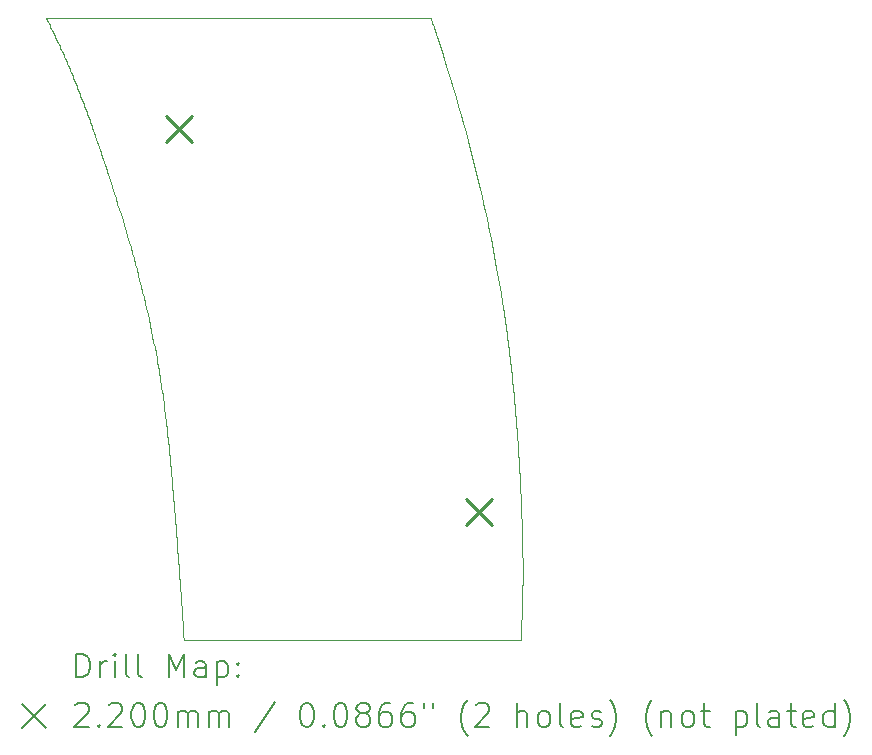
<source format=gbr>
%TF.GenerationSoftware,KiCad,Pcbnew,7.0.9*%
%TF.CreationDate,2023-12-16T21:23:08+01:00*%
%TF.ProjectId,LH_GripLogicBoard_FreeJoy,4c485f47-7269-4704-9c6f-676963426f61,rev?*%
%TF.SameCoordinates,Original*%
%TF.FileFunction,Drillmap*%
%TF.FilePolarity,Positive*%
%FSLAX45Y45*%
G04 Gerber Fmt 4.5, Leading zero omitted, Abs format (unit mm)*
G04 Created by KiCad (PCBNEW 7.0.9) date 2023-12-16 21:23:08*
%MOMM*%
%LPD*%
G01*
G04 APERTURE LIST*
%ADD10C,0.100000*%
%ADD11C,0.200000*%
%ADD12C,0.220000*%
G04 APERTURE END LIST*
D10*
X5221382Y-1500000D02*
X5226238Y-1513965D01*
X5231079Y-1527936D01*
X5235905Y-1541912D01*
X5240717Y-1555893D01*
X5245514Y-1569879D01*
X5250297Y-1583870D01*
X5255065Y-1597866D01*
X5259818Y-1611866D01*
X5264556Y-1625871D01*
X5269280Y-1639880D01*
X5272421Y-1649223D01*
X2387609Y-2518496D02*
X2381768Y-2501710D01*
X2375872Y-2484825D01*
X2369923Y-2467850D01*
X2363922Y-2450794D01*
X2357874Y-2433664D01*
X2351778Y-2416470D01*
X2345638Y-2399219D01*
X2339456Y-2381921D01*
X2333233Y-2364584D01*
X2326973Y-2347216D01*
X2320676Y-2329825D01*
X2314346Y-2312421D01*
X2307984Y-2295011D01*
X2301593Y-2277605D01*
X2295174Y-2260210D01*
X2288730Y-2242835D01*
X2282263Y-2225489D01*
X2275775Y-2208180D01*
X2269268Y-2190917D01*
X2262745Y-2173708D01*
X2256207Y-2156561D01*
X2249656Y-2139485D01*
X2243096Y-2122489D01*
X2236527Y-2105581D01*
X2229952Y-2088769D01*
X2223374Y-2072062D01*
X2216793Y-2055468D01*
X2210214Y-2038997D01*
X2203637Y-2022656D01*
X2197064Y-2006453D01*
X2190499Y-1990399D01*
X2183942Y-1974500D01*
X5337876Y-1849037D02*
X5363294Y-1929450D01*
X5387897Y-2008897D01*
X5411697Y-2087354D01*
X5434709Y-2164798D01*
X5456947Y-2241206D01*
X5478424Y-2316553D01*
X5499154Y-2390817D01*
X5519150Y-2463974D01*
X5538427Y-2536001D01*
X5556998Y-2606874D01*
X5574877Y-2676569D01*
X5592078Y-2745064D01*
X5608615Y-2812335D01*
X5624500Y-2878358D01*
X5639749Y-2943110D01*
X5654374Y-3006567D01*
X5668390Y-3068706D01*
X5681810Y-3129503D01*
X5694648Y-3188936D01*
X5706917Y-3246980D01*
X5718632Y-3303612D01*
X5729807Y-3358809D01*
X5740454Y-3412547D01*
X5750588Y-3464803D01*
X5760223Y-3515553D01*
X5769372Y-3564774D01*
X5778049Y-3612442D01*
X5786268Y-3658534D01*
X5794042Y-3703027D01*
X5801385Y-3745896D01*
X5808312Y-3787119D01*
X5814835Y-3826672D01*
X5883126Y-4305763D02*
X5887260Y-4339788D01*
X5891308Y-4373841D01*
X5895272Y-4407921D01*
X5899150Y-4442026D01*
X5902945Y-4476154D01*
X5906657Y-4510305D01*
X5910286Y-4544475D01*
X5913833Y-4578665D01*
X5917299Y-4612872D01*
X5920685Y-4647094D01*
X5923991Y-4681330D01*
X5927218Y-4715579D01*
X5930367Y-4749838D01*
X5933437Y-4784107D01*
X5936431Y-4818383D01*
X5939348Y-4852666D01*
X5942189Y-4886953D01*
X5944956Y-4921242D01*
X5947647Y-4955533D01*
X5950266Y-4989824D01*
X5952811Y-5024112D01*
X5955283Y-5058397D01*
X5957684Y-5092677D01*
X5960014Y-5126951D01*
X5962273Y-5161216D01*
X5964463Y-5195471D01*
X5966584Y-5229714D01*
X5968636Y-5263945D01*
X5970621Y-5298161D01*
X5972539Y-5332361D01*
X5974390Y-5366543D01*
X5976176Y-5400705D01*
X3025974Y-5371256D02*
X3023191Y-5339729D01*
X3020372Y-5308300D01*
X3017513Y-5276965D01*
X3014609Y-5245716D01*
X3011659Y-5214548D01*
X3008658Y-5183454D01*
X3005602Y-5152429D01*
X3002488Y-5121465D01*
X2999312Y-5090558D01*
X2996072Y-5059700D01*
X2992763Y-5028886D01*
X2989381Y-4998109D01*
X2985924Y-4967364D01*
X2982388Y-4936643D01*
X2978769Y-4905942D01*
X2975063Y-4875253D01*
X2971267Y-4844571D01*
X2967378Y-4813890D01*
X2963392Y-4783203D01*
X2959305Y-4752504D01*
X2955114Y-4721786D01*
X2950816Y-4691045D01*
X2946406Y-4660273D01*
X2941881Y-4629465D01*
X2937238Y-4598614D01*
X2932473Y-4567715D01*
X2927582Y-4536760D01*
X2922562Y-4505744D01*
X2917410Y-4474661D01*
X2912122Y-4443505D01*
X2906694Y-4412268D01*
X2901123Y-4380946D01*
X5991815Y-5779622D02*
X5992309Y-5795468D01*
X5992844Y-5813104D01*
X5993411Y-5832346D01*
X5993705Y-5842510D01*
X5994003Y-5853005D01*
X5994304Y-5863808D01*
X5994608Y-5874896D01*
X5994913Y-5886244D01*
X5995218Y-5897830D01*
X5995522Y-5909631D01*
X5995824Y-5921622D01*
X5996123Y-5933781D01*
X5996417Y-5946085D01*
X5996705Y-5958509D01*
X5996986Y-5971031D01*
X5997259Y-5983628D01*
X5997523Y-5996275D01*
X5997777Y-6008950D01*
X5998019Y-6021629D01*
X5998248Y-6034288D01*
X5998464Y-6046906D01*
X5998664Y-6059457D01*
X5998849Y-6071920D01*
X5999016Y-6084270D01*
X5999165Y-6096484D01*
X5999294Y-6108538D01*
X5999402Y-6120410D01*
X5999488Y-6132077D01*
X5999551Y-6143513D01*
X2901123Y-4380946D02*
X2892468Y-4333654D01*
X2883525Y-4286372D01*
X2874302Y-4239103D01*
X2864803Y-4191848D01*
X2855035Y-4144611D01*
X2845003Y-4097395D01*
X2834715Y-4050203D01*
X2824174Y-4003036D01*
X2813389Y-3955898D01*
X2802363Y-3908792D01*
X2791104Y-3861720D01*
X2779616Y-3814684D01*
X2767907Y-3767689D01*
X2755982Y-3720735D01*
X2743847Y-3673827D01*
X2731507Y-3626966D01*
X2718969Y-3580156D01*
X2706239Y-3533399D01*
X2693322Y-3486698D01*
X2680225Y-3440056D01*
X2666953Y-3393475D01*
X2653513Y-3346958D01*
X2639909Y-3300507D01*
X2626149Y-3254126D01*
X2612237Y-3207818D01*
X2598181Y-3161584D01*
X2583985Y-3115428D01*
X2569657Y-3069352D01*
X2555200Y-3023359D01*
X2540623Y-2977452D01*
X2525930Y-2931634D01*
X2511127Y-2885907D01*
X3104263Y-6367101D02*
X3102492Y-6342277D01*
X3100619Y-6316283D01*
X3098651Y-6289195D01*
X3096593Y-6261091D01*
X3094451Y-6232046D01*
X3092230Y-6202136D01*
X3089938Y-6171439D01*
X3087578Y-6140030D01*
X3085158Y-6107985D01*
X3082683Y-6075382D01*
X3080158Y-6042296D01*
X3077590Y-6008804D01*
X3074984Y-5974983D01*
X3072346Y-5940907D01*
X3069682Y-5906655D01*
X3066998Y-5872302D01*
X3064298Y-5837924D01*
X3061590Y-5803599D01*
X3058879Y-5769402D01*
X3056170Y-5735409D01*
X3053470Y-5701697D01*
X3050784Y-5668343D01*
X3048117Y-5635423D01*
X3045477Y-5603013D01*
X3042868Y-5571189D01*
X3040297Y-5540028D01*
X3037768Y-5509606D01*
X3035288Y-5479999D01*
X3032863Y-5451285D01*
X3030499Y-5423539D01*
X3028200Y-5396837D01*
X3025974Y-5371256D01*
X5221382Y-1500000D02*
X1965873Y-1500000D01*
X2183942Y-1974500D02*
X2177660Y-1959396D01*
X2171341Y-1944326D01*
X2164983Y-1929288D01*
X2158588Y-1914281D01*
X2152157Y-1899303D01*
X2145689Y-1884352D01*
X2139184Y-1869427D01*
X2132644Y-1854526D01*
X2126069Y-1839648D01*
X2119458Y-1824791D01*
X2112813Y-1809953D01*
X2106133Y-1795133D01*
X2099419Y-1780329D01*
X2092671Y-1765540D01*
X2085890Y-1750764D01*
X2079077Y-1735999D01*
X2072230Y-1721244D01*
X2065352Y-1706497D01*
X2058441Y-1691756D01*
X2051500Y-1677021D01*
X2044527Y-1662289D01*
X2037523Y-1647559D01*
X2030489Y-1632828D01*
X2023424Y-1618097D01*
X2016331Y-1603362D01*
X2009207Y-1588623D01*
X2002055Y-1573877D01*
X1994874Y-1559124D01*
X1987665Y-1544361D01*
X1980429Y-1529587D01*
X1973164Y-1514801D01*
X1965873Y-1500000D01*
X5976176Y-5400705D02*
X5976779Y-5412532D01*
X5977375Y-5424362D01*
X5977963Y-5436194D01*
X5978543Y-5448029D01*
X5979117Y-5459865D01*
X5979683Y-5471703D01*
X5980241Y-5483542D01*
X5980792Y-5495383D01*
X5981335Y-5507226D01*
X5981871Y-5519070D01*
X5982400Y-5530914D01*
X5982921Y-5542760D01*
X5983435Y-5554606D01*
X5983941Y-5566453D01*
X5984441Y-5578300D01*
X5984932Y-5590148D01*
X5985417Y-5601995D01*
X5985894Y-5613843D01*
X5986364Y-5625690D01*
X5986827Y-5637538D01*
X5987282Y-5649384D01*
X5987730Y-5661230D01*
X5988171Y-5673075D01*
X5988605Y-5684920D01*
X5989031Y-5696763D01*
X5989450Y-5708605D01*
X5989862Y-5720446D01*
X5990267Y-5732285D01*
X5990665Y-5744122D01*
X5991055Y-5755957D01*
X5991439Y-5767791D01*
X5991815Y-5779622D01*
X2511127Y-2885907D02*
X2507382Y-2874405D01*
X2503620Y-2862874D01*
X2499840Y-2851316D01*
X2496044Y-2839734D01*
X2492233Y-2828131D01*
X2488408Y-2816511D01*
X2484571Y-2804876D01*
X2480721Y-2793230D01*
X2476861Y-2781576D01*
X2472992Y-2769916D01*
X2469113Y-2758255D01*
X2465228Y-2746595D01*
X2461336Y-2734940D01*
X2457438Y-2723292D01*
X2453537Y-2711654D01*
X2449632Y-2700031D01*
X2445725Y-2688424D01*
X2441818Y-2676838D01*
X2437910Y-2665275D01*
X2434003Y-2653738D01*
X2430099Y-2642231D01*
X2426198Y-2630756D01*
X2422302Y-2619317D01*
X2418411Y-2607917D01*
X2414526Y-2596559D01*
X2410649Y-2585246D01*
X2406781Y-2573982D01*
X2402923Y-2562769D01*
X2399075Y-2551611D01*
X2395240Y-2540511D01*
X2391417Y-2529471D01*
X2387609Y-2518496D01*
X5814835Y-3826672D02*
X5817263Y-3841589D01*
X5819671Y-3856511D01*
X5822059Y-3871438D01*
X5824428Y-3886369D01*
X5826777Y-3901305D01*
X5829107Y-3916246D01*
X5831418Y-3931191D01*
X5833710Y-3946140D01*
X5835982Y-3961094D01*
X5838236Y-3976051D01*
X5840470Y-3991012D01*
X5842685Y-4005976D01*
X5844882Y-4020943D01*
X5847060Y-4035914D01*
X5849219Y-4050888D01*
X5851359Y-4065865D01*
X5853481Y-4080845D01*
X5855585Y-4095827D01*
X5857669Y-4110812D01*
X5859736Y-4125799D01*
X5861784Y-4140788D01*
X5863814Y-4155779D01*
X5865826Y-4170771D01*
X5867820Y-4185766D01*
X5869795Y-4200762D01*
X5871753Y-4215759D01*
X5873693Y-4230758D01*
X5875615Y-4245758D01*
X5877519Y-4260758D01*
X5879406Y-4275759D01*
X5881274Y-4290761D01*
X5883126Y-4305763D01*
X3129812Y-6763231D02*
X3129106Y-6751070D01*
X3128394Y-6738898D01*
X3127677Y-6726714D01*
X3126954Y-6714518D01*
X3126225Y-6702311D01*
X3125490Y-6690090D01*
X3124749Y-6677857D01*
X3124003Y-6665611D01*
X3123251Y-6653351D01*
X3122492Y-6641078D01*
X3121728Y-6628792D01*
X3120958Y-6616491D01*
X3120182Y-6604175D01*
X3119399Y-6591846D01*
X3118611Y-6579501D01*
X3117817Y-6567141D01*
X3117016Y-6554765D01*
X3116210Y-6542374D01*
X3115397Y-6529967D01*
X3114578Y-6517544D01*
X3113753Y-6505104D01*
X3112922Y-6492648D01*
X3112085Y-6480174D01*
X3111241Y-6467683D01*
X3110391Y-6455175D01*
X3109535Y-6442649D01*
X3108672Y-6430104D01*
X3107803Y-6417541D01*
X3106928Y-6404960D01*
X3106046Y-6392360D01*
X3105158Y-6379740D01*
X3104263Y-6367101D01*
X5983166Y-6763231D02*
X3129812Y-6763231D01*
X5999551Y-6143513D02*
X5999613Y-6162063D01*
X5999629Y-6180602D01*
X5999601Y-6199131D01*
X5999530Y-6217653D01*
X5999416Y-6236169D01*
X5999262Y-6254680D01*
X5999068Y-6273190D01*
X5998835Y-6291699D01*
X5998563Y-6310209D01*
X5998255Y-6328722D01*
X5997911Y-6347240D01*
X5997532Y-6365765D01*
X5997119Y-6384298D01*
X5996673Y-6402842D01*
X5996195Y-6421397D01*
X5995686Y-6439966D01*
X5995686Y-6439966D02*
X5995256Y-6454886D01*
X5994806Y-6469805D01*
X5994341Y-6484692D01*
X5993860Y-6499517D01*
X5993368Y-6514248D01*
X5992865Y-6528854D01*
X5992354Y-6543305D01*
X5991838Y-6557569D01*
X5991317Y-6571615D01*
X5990795Y-6585413D01*
X5990273Y-6598930D01*
X5989754Y-6612137D01*
X5989239Y-6625002D01*
X5988731Y-6637495D01*
X5988232Y-6649583D01*
X5987744Y-6661236D01*
X5987269Y-6672424D01*
X5986810Y-6683114D01*
X5986368Y-6693277D01*
X5985544Y-6711894D01*
X5984815Y-6728027D01*
X5984198Y-6741428D01*
X5983710Y-6751848D01*
X5983189Y-6762755D01*
X5983166Y-6763231D01*
X5272421Y-1649223D02*
X5276595Y-1661670D01*
X5280758Y-1674122D01*
X5284909Y-1686580D01*
X5289050Y-1699043D01*
X5293179Y-1711512D01*
X5297298Y-1723986D01*
X5301405Y-1736466D01*
X5305502Y-1748951D01*
X5309587Y-1761442D01*
X5313661Y-1773938D01*
X5317725Y-1786440D01*
X5321777Y-1798948D01*
X5325818Y-1811462D01*
X5329848Y-1823981D01*
X5333868Y-1836506D01*
X5337876Y-1849037D01*
D11*
D12*
X2983000Y-2329000D02*
X3203000Y-2549000D01*
X3203000Y-2329000D02*
X2983000Y-2549000D01*
X5521000Y-5575000D02*
X5741000Y-5795000D01*
X5741000Y-5575000D02*
X5521000Y-5795000D01*
D11*
X2221650Y-7079714D02*
X2221650Y-6879714D01*
X2221650Y-6879714D02*
X2269269Y-6879714D01*
X2269269Y-6879714D02*
X2297840Y-6889238D01*
X2297840Y-6889238D02*
X2316888Y-6908286D01*
X2316888Y-6908286D02*
X2326412Y-6927333D01*
X2326412Y-6927333D02*
X2335935Y-6965429D01*
X2335935Y-6965429D02*
X2335935Y-6994000D01*
X2335935Y-6994000D02*
X2326412Y-7032095D01*
X2326412Y-7032095D02*
X2316888Y-7051143D01*
X2316888Y-7051143D02*
X2297840Y-7070191D01*
X2297840Y-7070191D02*
X2269269Y-7079714D01*
X2269269Y-7079714D02*
X2221650Y-7079714D01*
X2421650Y-7079714D02*
X2421650Y-6946381D01*
X2421650Y-6984476D02*
X2431173Y-6965429D01*
X2431173Y-6965429D02*
X2440697Y-6955905D01*
X2440697Y-6955905D02*
X2459745Y-6946381D01*
X2459745Y-6946381D02*
X2478793Y-6946381D01*
X2545459Y-7079714D02*
X2545459Y-6946381D01*
X2545459Y-6879714D02*
X2535935Y-6889238D01*
X2535935Y-6889238D02*
X2545459Y-6898762D01*
X2545459Y-6898762D02*
X2554983Y-6889238D01*
X2554983Y-6889238D02*
X2545459Y-6879714D01*
X2545459Y-6879714D02*
X2545459Y-6898762D01*
X2669269Y-7079714D02*
X2650221Y-7070191D01*
X2650221Y-7070191D02*
X2640697Y-7051143D01*
X2640697Y-7051143D02*
X2640697Y-6879714D01*
X2774031Y-7079714D02*
X2754983Y-7070191D01*
X2754983Y-7070191D02*
X2745459Y-7051143D01*
X2745459Y-7051143D02*
X2745459Y-6879714D01*
X3002602Y-7079714D02*
X3002602Y-6879714D01*
X3002602Y-6879714D02*
X3069269Y-7022572D01*
X3069269Y-7022572D02*
X3135935Y-6879714D01*
X3135935Y-6879714D02*
X3135935Y-7079714D01*
X3316888Y-7079714D02*
X3316888Y-6974953D01*
X3316888Y-6974953D02*
X3307364Y-6955905D01*
X3307364Y-6955905D02*
X3288316Y-6946381D01*
X3288316Y-6946381D02*
X3250221Y-6946381D01*
X3250221Y-6946381D02*
X3231173Y-6955905D01*
X3316888Y-7070191D02*
X3297840Y-7079714D01*
X3297840Y-7079714D02*
X3250221Y-7079714D01*
X3250221Y-7079714D02*
X3231173Y-7070191D01*
X3231173Y-7070191D02*
X3221650Y-7051143D01*
X3221650Y-7051143D02*
X3221650Y-7032095D01*
X3221650Y-7032095D02*
X3231173Y-7013048D01*
X3231173Y-7013048D02*
X3250221Y-7003524D01*
X3250221Y-7003524D02*
X3297840Y-7003524D01*
X3297840Y-7003524D02*
X3316888Y-6994000D01*
X3412126Y-6946381D02*
X3412126Y-7146381D01*
X3412126Y-6955905D02*
X3431173Y-6946381D01*
X3431173Y-6946381D02*
X3469269Y-6946381D01*
X3469269Y-6946381D02*
X3488316Y-6955905D01*
X3488316Y-6955905D02*
X3497840Y-6965429D01*
X3497840Y-6965429D02*
X3507364Y-6984476D01*
X3507364Y-6984476D02*
X3507364Y-7041619D01*
X3507364Y-7041619D02*
X3497840Y-7060667D01*
X3497840Y-7060667D02*
X3488316Y-7070191D01*
X3488316Y-7070191D02*
X3469269Y-7079714D01*
X3469269Y-7079714D02*
X3431173Y-7079714D01*
X3431173Y-7079714D02*
X3412126Y-7070191D01*
X3593078Y-7060667D02*
X3602602Y-7070191D01*
X3602602Y-7070191D02*
X3593078Y-7079714D01*
X3593078Y-7079714D02*
X3583554Y-7070191D01*
X3583554Y-7070191D02*
X3593078Y-7060667D01*
X3593078Y-7060667D02*
X3593078Y-7079714D01*
X3593078Y-6955905D02*
X3602602Y-6965429D01*
X3602602Y-6965429D02*
X3593078Y-6974953D01*
X3593078Y-6974953D02*
X3583554Y-6965429D01*
X3583554Y-6965429D02*
X3593078Y-6955905D01*
X3593078Y-6955905D02*
X3593078Y-6974953D01*
X1760873Y-7308231D02*
X1960873Y-7508231D01*
X1960873Y-7308231D02*
X1760873Y-7508231D01*
X2212126Y-7318762D02*
X2221650Y-7309238D01*
X2221650Y-7309238D02*
X2240697Y-7299714D01*
X2240697Y-7299714D02*
X2288316Y-7299714D01*
X2288316Y-7299714D02*
X2307364Y-7309238D01*
X2307364Y-7309238D02*
X2316888Y-7318762D01*
X2316888Y-7318762D02*
X2326412Y-7337810D01*
X2326412Y-7337810D02*
X2326412Y-7356857D01*
X2326412Y-7356857D02*
X2316888Y-7385429D01*
X2316888Y-7385429D02*
X2202602Y-7499714D01*
X2202602Y-7499714D02*
X2326412Y-7499714D01*
X2412126Y-7480667D02*
X2421650Y-7490191D01*
X2421650Y-7490191D02*
X2412126Y-7499714D01*
X2412126Y-7499714D02*
X2402602Y-7490191D01*
X2402602Y-7490191D02*
X2412126Y-7480667D01*
X2412126Y-7480667D02*
X2412126Y-7499714D01*
X2497840Y-7318762D02*
X2507364Y-7309238D01*
X2507364Y-7309238D02*
X2526412Y-7299714D01*
X2526412Y-7299714D02*
X2574031Y-7299714D01*
X2574031Y-7299714D02*
X2593078Y-7309238D01*
X2593078Y-7309238D02*
X2602602Y-7318762D01*
X2602602Y-7318762D02*
X2612126Y-7337810D01*
X2612126Y-7337810D02*
X2612126Y-7356857D01*
X2612126Y-7356857D02*
X2602602Y-7385429D01*
X2602602Y-7385429D02*
X2488316Y-7499714D01*
X2488316Y-7499714D02*
X2612126Y-7499714D01*
X2735935Y-7299714D02*
X2754983Y-7299714D01*
X2754983Y-7299714D02*
X2774031Y-7309238D01*
X2774031Y-7309238D02*
X2783554Y-7318762D01*
X2783554Y-7318762D02*
X2793078Y-7337810D01*
X2793078Y-7337810D02*
X2802602Y-7375905D01*
X2802602Y-7375905D02*
X2802602Y-7423524D01*
X2802602Y-7423524D02*
X2793078Y-7461619D01*
X2793078Y-7461619D02*
X2783554Y-7480667D01*
X2783554Y-7480667D02*
X2774031Y-7490191D01*
X2774031Y-7490191D02*
X2754983Y-7499714D01*
X2754983Y-7499714D02*
X2735935Y-7499714D01*
X2735935Y-7499714D02*
X2716888Y-7490191D01*
X2716888Y-7490191D02*
X2707364Y-7480667D01*
X2707364Y-7480667D02*
X2697840Y-7461619D01*
X2697840Y-7461619D02*
X2688316Y-7423524D01*
X2688316Y-7423524D02*
X2688316Y-7375905D01*
X2688316Y-7375905D02*
X2697840Y-7337810D01*
X2697840Y-7337810D02*
X2707364Y-7318762D01*
X2707364Y-7318762D02*
X2716888Y-7309238D01*
X2716888Y-7309238D02*
X2735935Y-7299714D01*
X2926411Y-7299714D02*
X2945459Y-7299714D01*
X2945459Y-7299714D02*
X2964507Y-7309238D01*
X2964507Y-7309238D02*
X2974031Y-7318762D01*
X2974031Y-7318762D02*
X2983554Y-7337810D01*
X2983554Y-7337810D02*
X2993078Y-7375905D01*
X2993078Y-7375905D02*
X2993078Y-7423524D01*
X2993078Y-7423524D02*
X2983554Y-7461619D01*
X2983554Y-7461619D02*
X2974031Y-7480667D01*
X2974031Y-7480667D02*
X2964507Y-7490191D01*
X2964507Y-7490191D02*
X2945459Y-7499714D01*
X2945459Y-7499714D02*
X2926411Y-7499714D01*
X2926411Y-7499714D02*
X2907364Y-7490191D01*
X2907364Y-7490191D02*
X2897840Y-7480667D01*
X2897840Y-7480667D02*
X2888316Y-7461619D01*
X2888316Y-7461619D02*
X2878792Y-7423524D01*
X2878792Y-7423524D02*
X2878792Y-7375905D01*
X2878792Y-7375905D02*
X2888316Y-7337810D01*
X2888316Y-7337810D02*
X2897840Y-7318762D01*
X2897840Y-7318762D02*
X2907364Y-7309238D01*
X2907364Y-7309238D02*
X2926411Y-7299714D01*
X3078792Y-7499714D02*
X3078792Y-7366381D01*
X3078792Y-7385429D02*
X3088316Y-7375905D01*
X3088316Y-7375905D02*
X3107364Y-7366381D01*
X3107364Y-7366381D02*
X3135935Y-7366381D01*
X3135935Y-7366381D02*
X3154983Y-7375905D01*
X3154983Y-7375905D02*
X3164507Y-7394953D01*
X3164507Y-7394953D02*
X3164507Y-7499714D01*
X3164507Y-7394953D02*
X3174031Y-7375905D01*
X3174031Y-7375905D02*
X3193078Y-7366381D01*
X3193078Y-7366381D02*
X3221650Y-7366381D01*
X3221650Y-7366381D02*
X3240697Y-7375905D01*
X3240697Y-7375905D02*
X3250221Y-7394953D01*
X3250221Y-7394953D02*
X3250221Y-7499714D01*
X3345459Y-7499714D02*
X3345459Y-7366381D01*
X3345459Y-7385429D02*
X3354983Y-7375905D01*
X3354983Y-7375905D02*
X3374031Y-7366381D01*
X3374031Y-7366381D02*
X3402602Y-7366381D01*
X3402602Y-7366381D02*
X3421650Y-7375905D01*
X3421650Y-7375905D02*
X3431173Y-7394953D01*
X3431173Y-7394953D02*
X3431173Y-7499714D01*
X3431173Y-7394953D02*
X3440697Y-7375905D01*
X3440697Y-7375905D02*
X3459745Y-7366381D01*
X3459745Y-7366381D02*
X3488316Y-7366381D01*
X3488316Y-7366381D02*
X3507364Y-7375905D01*
X3507364Y-7375905D02*
X3516888Y-7394953D01*
X3516888Y-7394953D02*
X3516888Y-7499714D01*
X3907364Y-7290191D02*
X3735935Y-7547333D01*
X4164507Y-7299714D02*
X4183555Y-7299714D01*
X4183555Y-7299714D02*
X4202602Y-7309238D01*
X4202602Y-7309238D02*
X4212126Y-7318762D01*
X4212126Y-7318762D02*
X4221650Y-7337810D01*
X4221650Y-7337810D02*
X4231174Y-7375905D01*
X4231174Y-7375905D02*
X4231174Y-7423524D01*
X4231174Y-7423524D02*
X4221650Y-7461619D01*
X4221650Y-7461619D02*
X4212126Y-7480667D01*
X4212126Y-7480667D02*
X4202602Y-7490191D01*
X4202602Y-7490191D02*
X4183555Y-7499714D01*
X4183555Y-7499714D02*
X4164507Y-7499714D01*
X4164507Y-7499714D02*
X4145459Y-7490191D01*
X4145459Y-7490191D02*
X4135935Y-7480667D01*
X4135935Y-7480667D02*
X4126412Y-7461619D01*
X4126412Y-7461619D02*
X4116888Y-7423524D01*
X4116888Y-7423524D02*
X4116888Y-7375905D01*
X4116888Y-7375905D02*
X4126412Y-7337810D01*
X4126412Y-7337810D02*
X4135935Y-7318762D01*
X4135935Y-7318762D02*
X4145459Y-7309238D01*
X4145459Y-7309238D02*
X4164507Y-7299714D01*
X4316888Y-7480667D02*
X4326412Y-7490191D01*
X4326412Y-7490191D02*
X4316888Y-7499714D01*
X4316888Y-7499714D02*
X4307364Y-7490191D01*
X4307364Y-7490191D02*
X4316888Y-7480667D01*
X4316888Y-7480667D02*
X4316888Y-7499714D01*
X4450221Y-7299714D02*
X4469269Y-7299714D01*
X4469269Y-7299714D02*
X4488317Y-7309238D01*
X4488317Y-7309238D02*
X4497840Y-7318762D01*
X4497840Y-7318762D02*
X4507364Y-7337810D01*
X4507364Y-7337810D02*
X4516888Y-7375905D01*
X4516888Y-7375905D02*
X4516888Y-7423524D01*
X4516888Y-7423524D02*
X4507364Y-7461619D01*
X4507364Y-7461619D02*
X4497840Y-7480667D01*
X4497840Y-7480667D02*
X4488317Y-7490191D01*
X4488317Y-7490191D02*
X4469269Y-7499714D01*
X4469269Y-7499714D02*
X4450221Y-7499714D01*
X4450221Y-7499714D02*
X4431174Y-7490191D01*
X4431174Y-7490191D02*
X4421650Y-7480667D01*
X4421650Y-7480667D02*
X4412126Y-7461619D01*
X4412126Y-7461619D02*
X4402602Y-7423524D01*
X4402602Y-7423524D02*
X4402602Y-7375905D01*
X4402602Y-7375905D02*
X4412126Y-7337810D01*
X4412126Y-7337810D02*
X4421650Y-7318762D01*
X4421650Y-7318762D02*
X4431174Y-7309238D01*
X4431174Y-7309238D02*
X4450221Y-7299714D01*
X4631174Y-7385429D02*
X4612126Y-7375905D01*
X4612126Y-7375905D02*
X4602602Y-7366381D01*
X4602602Y-7366381D02*
X4593078Y-7347333D01*
X4593078Y-7347333D02*
X4593078Y-7337810D01*
X4593078Y-7337810D02*
X4602602Y-7318762D01*
X4602602Y-7318762D02*
X4612126Y-7309238D01*
X4612126Y-7309238D02*
X4631174Y-7299714D01*
X4631174Y-7299714D02*
X4669269Y-7299714D01*
X4669269Y-7299714D02*
X4688317Y-7309238D01*
X4688317Y-7309238D02*
X4697840Y-7318762D01*
X4697840Y-7318762D02*
X4707364Y-7337810D01*
X4707364Y-7337810D02*
X4707364Y-7347333D01*
X4707364Y-7347333D02*
X4697840Y-7366381D01*
X4697840Y-7366381D02*
X4688317Y-7375905D01*
X4688317Y-7375905D02*
X4669269Y-7385429D01*
X4669269Y-7385429D02*
X4631174Y-7385429D01*
X4631174Y-7385429D02*
X4612126Y-7394953D01*
X4612126Y-7394953D02*
X4602602Y-7404476D01*
X4602602Y-7404476D02*
X4593078Y-7423524D01*
X4593078Y-7423524D02*
X4593078Y-7461619D01*
X4593078Y-7461619D02*
X4602602Y-7480667D01*
X4602602Y-7480667D02*
X4612126Y-7490191D01*
X4612126Y-7490191D02*
X4631174Y-7499714D01*
X4631174Y-7499714D02*
X4669269Y-7499714D01*
X4669269Y-7499714D02*
X4688317Y-7490191D01*
X4688317Y-7490191D02*
X4697840Y-7480667D01*
X4697840Y-7480667D02*
X4707364Y-7461619D01*
X4707364Y-7461619D02*
X4707364Y-7423524D01*
X4707364Y-7423524D02*
X4697840Y-7404476D01*
X4697840Y-7404476D02*
X4688317Y-7394953D01*
X4688317Y-7394953D02*
X4669269Y-7385429D01*
X4878793Y-7299714D02*
X4840697Y-7299714D01*
X4840697Y-7299714D02*
X4821650Y-7309238D01*
X4821650Y-7309238D02*
X4812126Y-7318762D01*
X4812126Y-7318762D02*
X4793078Y-7347333D01*
X4793078Y-7347333D02*
X4783555Y-7385429D01*
X4783555Y-7385429D02*
X4783555Y-7461619D01*
X4783555Y-7461619D02*
X4793078Y-7480667D01*
X4793078Y-7480667D02*
X4802602Y-7490191D01*
X4802602Y-7490191D02*
X4821650Y-7499714D01*
X4821650Y-7499714D02*
X4859745Y-7499714D01*
X4859745Y-7499714D02*
X4878793Y-7490191D01*
X4878793Y-7490191D02*
X4888317Y-7480667D01*
X4888317Y-7480667D02*
X4897840Y-7461619D01*
X4897840Y-7461619D02*
X4897840Y-7414000D01*
X4897840Y-7414000D02*
X4888317Y-7394953D01*
X4888317Y-7394953D02*
X4878793Y-7385429D01*
X4878793Y-7385429D02*
X4859745Y-7375905D01*
X4859745Y-7375905D02*
X4821650Y-7375905D01*
X4821650Y-7375905D02*
X4802602Y-7385429D01*
X4802602Y-7385429D02*
X4793078Y-7394953D01*
X4793078Y-7394953D02*
X4783555Y-7414000D01*
X5069269Y-7299714D02*
X5031174Y-7299714D01*
X5031174Y-7299714D02*
X5012126Y-7309238D01*
X5012126Y-7309238D02*
X5002602Y-7318762D01*
X5002602Y-7318762D02*
X4983555Y-7347333D01*
X4983555Y-7347333D02*
X4974031Y-7385429D01*
X4974031Y-7385429D02*
X4974031Y-7461619D01*
X4974031Y-7461619D02*
X4983555Y-7480667D01*
X4983555Y-7480667D02*
X4993078Y-7490191D01*
X4993078Y-7490191D02*
X5012126Y-7499714D01*
X5012126Y-7499714D02*
X5050221Y-7499714D01*
X5050221Y-7499714D02*
X5069269Y-7490191D01*
X5069269Y-7490191D02*
X5078793Y-7480667D01*
X5078793Y-7480667D02*
X5088317Y-7461619D01*
X5088317Y-7461619D02*
X5088317Y-7414000D01*
X5088317Y-7414000D02*
X5078793Y-7394953D01*
X5078793Y-7394953D02*
X5069269Y-7385429D01*
X5069269Y-7385429D02*
X5050221Y-7375905D01*
X5050221Y-7375905D02*
X5012126Y-7375905D01*
X5012126Y-7375905D02*
X4993078Y-7385429D01*
X4993078Y-7385429D02*
X4983555Y-7394953D01*
X4983555Y-7394953D02*
X4974031Y-7414000D01*
X5164507Y-7299714D02*
X5164507Y-7337810D01*
X5240698Y-7299714D02*
X5240698Y-7337810D01*
X5535936Y-7575905D02*
X5526412Y-7566381D01*
X5526412Y-7566381D02*
X5507364Y-7537810D01*
X5507364Y-7537810D02*
X5497840Y-7518762D01*
X5497840Y-7518762D02*
X5488317Y-7490191D01*
X5488317Y-7490191D02*
X5478793Y-7442572D01*
X5478793Y-7442572D02*
X5478793Y-7404476D01*
X5478793Y-7404476D02*
X5488317Y-7356857D01*
X5488317Y-7356857D02*
X5497840Y-7328286D01*
X5497840Y-7328286D02*
X5507364Y-7309238D01*
X5507364Y-7309238D02*
X5526412Y-7280667D01*
X5526412Y-7280667D02*
X5535936Y-7271143D01*
X5602602Y-7318762D02*
X5612126Y-7309238D01*
X5612126Y-7309238D02*
X5631174Y-7299714D01*
X5631174Y-7299714D02*
X5678793Y-7299714D01*
X5678793Y-7299714D02*
X5697840Y-7309238D01*
X5697840Y-7309238D02*
X5707364Y-7318762D01*
X5707364Y-7318762D02*
X5716888Y-7337810D01*
X5716888Y-7337810D02*
X5716888Y-7356857D01*
X5716888Y-7356857D02*
X5707364Y-7385429D01*
X5707364Y-7385429D02*
X5593078Y-7499714D01*
X5593078Y-7499714D02*
X5716888Y-7499714D01*
X5954983Y-7499714D02*
X5954983Y-7299714D01*
X6040698Y-7499714D02*
X6040698Y-7394953D01*
X6040698Y-7394953D02*
X6031174Y-7375905D01*
X6031174Y-7375905D02*
X6012126Y-7366381D01*
X6012126Y-7366381D02*
X5983555Y-7366381D01*
X5983555Y-7366381D02*
X5964507Y-7375905D01*
X5964507Y-7375905D02*
X5954983Y-7385429D01*
X6164507Y-7499714D02*
X6145459Y-7490191D01*
X6145459Y-7490191D02*
X6135936Y-7480667D01*
X6135936Y-7480667D02*
X6126412Y-7461619D01*
X6126412Y-7461619D02*
X6126412Y-7404476D01*
X6126412Y-7404476D02*
X6135936Y-7385429D01*
X6135936Y-7385429D02*
X6145459Y-7375905D01*
X6145459Y-7375905D02*
X6164507Y-7366381D01*
X6164507Y-7366381D02*
X6193079Y-7366381D01*
X6193079Y-7366381D02*
X6212126Y-7375905D01*
X6212126Y-7375905D02*
X6221650Y-7385429D01*
X6221650Y-7385429D02*
X6231174Y-7404476D01*
X6231174Y-7404476D02*
X6231174Y-7461619D01*
X6231174Y-7461619D02*
X6221650Y-7480667D01*
X6221650Y-7480667D02*
X6212126Y-7490191D01*
X6212126Y-7490191D02*
X6193079Y-7499714D01*
X6193079Y-7499714D02*
X6164507Y-7499714D01*
X6345459Y-7499714D02*
X6326412Y-7490191D01*
X6326412Y-7490191D02*
X6316888Y-7471143D01*
X6316888Y-7471143D02*
X6316888Y-7299714D01*
X6497840Y-7490191D02*
X6478793Y-7499714D01*
X6478793Y-7499714D02*
X6440698Y-7499714D01*
X6440698Y-7499714D02*
X6421650Y-7490191D01*
X6421650Y-7490191D02*
X6412126Y-7471143D01*
X6412126Y-7471143D02*
X6412126Y-7394953D01*
X6412126Y-7394953D02*
X6421650Y-7375905D01*
X6421650Y-7375905D02*
X6440698Y-7366381D01*
X6440698Y-7366381D02*
X6478793Y-7366381D01*
X6478793Y-7366381D02*
X6497840Y-7375905D01*
X6497840Y-7375905D02*
X6507364Y-7394953D01*
X6507364Y-7394953D02*
X6507364Y-7414000D01*
X6507364Y-7414000D02*
X6412126Y-7433048D01*
X6583555Y-7490191D02*
X6602602Y-7499714D01*
X6602602Y-7499714D02*
X6640698Y-7499714D01*
X6640698Y-7499714D02*
X6659745Y-7490191D01*
X6659745Y-7490191D02*
X6669269Y-7471143D01*
X6669269Y-7471143D02*
X6669269Y-7461619D01*
X6669269Y-7461619D02*
X6659745Y-7442572D01*
X6659745Y-7442572D02*
X6640698Y-7433048D01*
X6640698Y-7433048D02*
X6612126Y-7433048D01*
X6612126Y-7433048D02*
X6593079Y-7423524D01*
X6593079Y-7423524D02*
X6583555Y-7404476D01*
X6583555Y-7404476D02*
X6583555Y-7394953D01*
X6583555Y-7394953D02*
X6593079Y-7375905D01*
X6593079Y-7375905D02*
X6612126Y-7366381D01*
X6612126Y-7366381D02*
X6640698Y-7366381D01*
X6640698Y-7366381D02*
X6659745Y-7375905D01*
X6735936Y-7575905D02*
X6745460Y-7566381D01*
X6745460Y-7566381D02*
X6764507Y-7537810D01*
X6764507Y-7537810D02*
X6774031Y-7518762D01*
X6774031Y-7518762D02*
X6783555Y-7490191D01*
X6783555Y-7490191D02*
X6793079Y-7442572D01*
X6793079Y-7442572D02*
X6793079Y-7404476D01*
X6793079Y-7404476D02*
X6783555Y-7356857D01*
X6783555Y-7356857D02*
X6774031Y-7328286D01*
X6774031Y-7328286D02*
X6764507Y-7309238D01*
X6764507Y-7309238D02*
X6745460Y-7280667D01*
X6745460Y-7280667D02*
X6735936Y-7271143D01*
X7097841Y-7575905D02*
X7088317Y-7566381D01*
X7088317Y-7566381D02*
X7069269Y-7537810D01*
X7069269Y-7537810D02*
X7059745Y-7518762D01*
X7059745Y-7518762D02*
X7050221Y-7490191D01*
X7050221Y-7490191D02*
X7040698Y-7442572D01*
X7040698Y-7442572D02*
X7040698Y-7404476D01*
X7040698Y-7404476D02*
X7050221Y-7356857D01*
X7050221Y-7356857D02*
X7059745Y-7328286D01*
X7059745Y-7328286D02*
X7069269Y-7309238D01*
X7069269Y-7309238D02*
X7088317Y-7280667D01*
X7088317Y-7280667D02*
X7097841Y-7271143D01*
X7174031Y-7366381D02*
X7174031Y-7499714D01*
X7174031Y-7385429D02*
X7183555Y-7375905D01*
X7183555Y-7375905D02*
X7202602Y-7366381D01*
X7202602Y-7366381D02*
X7231174Y-7366381D01*
X7231174Y-7366381D02*
X7250221Y-7375905D01*
X7250221Y-7375905D02*
X7259745Y-7394953D01*
X7259745Y-7394953D02*
X7259745Y-7499714D01*
X7383555Y-7499714D02*
X7364507Y-7490191D01*
X7364507Y-7490191D02*
X7354983Y-7480667D01*
X7354983Y-7480667D02*
X7345460Y-7461619D01*
X7345460Y-7461619D02*
X7345460Y-7404476D01*
X7345460Y-7404476D02*
X7354983Y-7385429D01*
X7354983Y-7385429D02*
X7364507Y-7375905D01*
X7364507Y-7375905D02*
X7383555Y-7366381D01*
X7383555Y-7366381D02*
X7412126Y-7366381D01*
X7412126Y-7366381D02*
X7431174Y-7375905D01*
X7431174Y-7375905D02*
X7440698Y-7385429D01*
X7440698Y-7385429D02*
X7450221Y-7404476D01*
X7450221Y-7404476D02*
X7450221Y-7461619D01*
X7450221Y-7461619D02*
X7440698Y-7480667D01*
X7440698Y-7480667D02*
X7431174Y-7490191D01*
X7431174Y-7490191D02*
X7412126Y-7499714D01*
X7412126Y-7499714D02*
X7383555Y-7499714D01*
X7507364Y-7366381D02*
X7583555Y-7366381D01*
X7535936Y-7299714D02*
X7535936Y-7471143D01*
X7535936Y-7471143D02*
X7545460Y-7490191D01*
X7545460Y-7490191D02*
X7564507Y-7499714D01*
X7564507Y-7499714D02*
X7583555Y-7499714D01*
X7802602Y-7366381D02*
X7802602Y-7566381D01*
X7802602Y-7375905D02*
X7821650Y-7366381D01*
X7821650Y-7366381D02*
X7859745Y-7366381D01*
X7859745Y-7366381D02*
X7878793Y-7375905D01*
X7878793Y-7375905D02*
X7888317Y-7385429D01*
X7888317Y-7385429D02*
X7897841Y-7404476D01*
X7897841Y-7404476D02*
X7897841Y-7461619D01*
X7897841Y-7461619D02*
X7888317Y-7480667D01*
X7888317Y-7480667D02*
X7878793Y-7490191D01*
X7878793Y-7490191D02*
X7859745Y-7499714D01*
X7859745Y-7499714D02*
X7821650Y-7499714D01*
X7821650Y-7499714D02*
X7802602Y-7490191D01*
X8012126Y-7499714D02*
X7993079Y-7490191D01*
X7993079Y-7490191D02*
X7983555Y-7471143D01*
X7983555Y-7471143D02*
X7983555Y-7299714D01*
X8174031Y-7499714D02*
X8174031Y-7394953D01*
X8174031Y-7394953D02*
X8164507Y-7375905D01*
X8164507Y-7375905D02*
X8145460Y-7366381D01*
X8145460Y-7366381D02*
X8107364Y-7366381D01*
X8107364Y-7366381D02*
X8088317Y-7375905D01*
X8174031Y-7490191D02*
X8154983Y-7499714D01*
X8154983Y-7499714D02*
X8107364Y-7499714D01*
X8107364Y-7499714D02*
X8088317Y-7490191D01*
X8088317Y-7490191D02*
X8078793Y-7471143D01*
X8078793Y-7471143D02*
X8078793Y-7452095D01*
X8078793Y-7452095D02*
X8088317Y-7433048D01*
X8088317Y-7433048D02*
X8107364Y-7423524D01*
X8107364Y-7423524D02*
X8154983Y-7423524D01*
X8154983Y-7423524D02*
X8174031Y-7414000D01*
X8240698Y-7366381D02*
X8316888Y-7366381D01*
X8269269Y-7299714D02*
X8269269Y-7471143D01*
X8269269Y-7471143D02*
X8278793Y-7490191D01*
X8278793Y-7490191D02*
X8297841Y-7499714D01*
X8297841Y-7499714D02*
X8316888Y-7499714D01*
X8459745Y-7490191D02*
X8440698Y-7499714D01*
X8440698Y-7499714D02*
X8402603Y-7499714D01*
X8402603Y-7499714D02*
X8383555Y-7490191D01*
X8383555Y-7490191D02*
X8374031Y-7471143D01*
X8374031Y-7471143D02*
X8374031Y-7394953D01*
X8374031Y-7394953D02*
X8383555Y-7375905D01*
X8383555Y-7375905D02*
X8402603Y-7366381D01*
X8402603Y-7366381D02*
X8440698Y-7366381D01*
X8440698Y-7366381D02*
X8459745Y-7375905D01*
X8459745Y-7375905D02*
X8469269Y-7394953D01*
X8469269Y-7394953D02*
X8469269Y-7414000D01*
X8469269Y-7414000D02*
X8374031Y-7433048D01*
X8640698Y-7499714D02*
X8640698Y-7299714D01*
X8640698Y-7490191D02*
X8621650Y-7499714D01*
X8621650Y-7499714D02*
X8583555Y-7499714D01*
X8583555Y-7499714D02*
X8564507Y-7490191D01*
X8564507Y-7490191D02*
X8554984Y-7480667D01*
X8554984Y-7480667D02*
X8545460Y-7461619D01*
X8545460Y-7461619D02*
X8545460Y-7404476D01*
X8545460Y-7404476D02*
X8554984Y-7385429D01*
X8554984Y-7385429D02*
X8564507Y-7375905D01*
X8564507Y-7375905D02*
X8583555Y-7366381D01*
X8583555Y-7366381D02*
X8621650Y-7366381D01*
X8621650Y-7366381D02*
X8640698Y-7375905D01*
X8716888Y-7575905D02*
X8726412Y-7566381D01*
X8726412Y-7566381D02*
X8745460Y-7537810D01*
X8745460Y-7537810D02*
X8754984Y-7518762D01*
X8754984Y-7518762D02*
X8764507Y-7490191D01*
X8764507Y-7490191D02*
X8774031Y-7442572D01*
X8774031Y-7442572D02*
X8774031Y-7404476D01*
X8774031Y-7404476D02*
X8764507Y-7356857D01*
X8764507Y-7356857D02*
X8754984Y-7328286D01*
X8754984Y-7328286D02*
X8745460Y-7309238D01*
X8745460Y-7309238D02*
X8726412Y-7280667D01*
X8726412Y-7280667D02*
X8716888Y-7271143D01*
M02*

</source>
